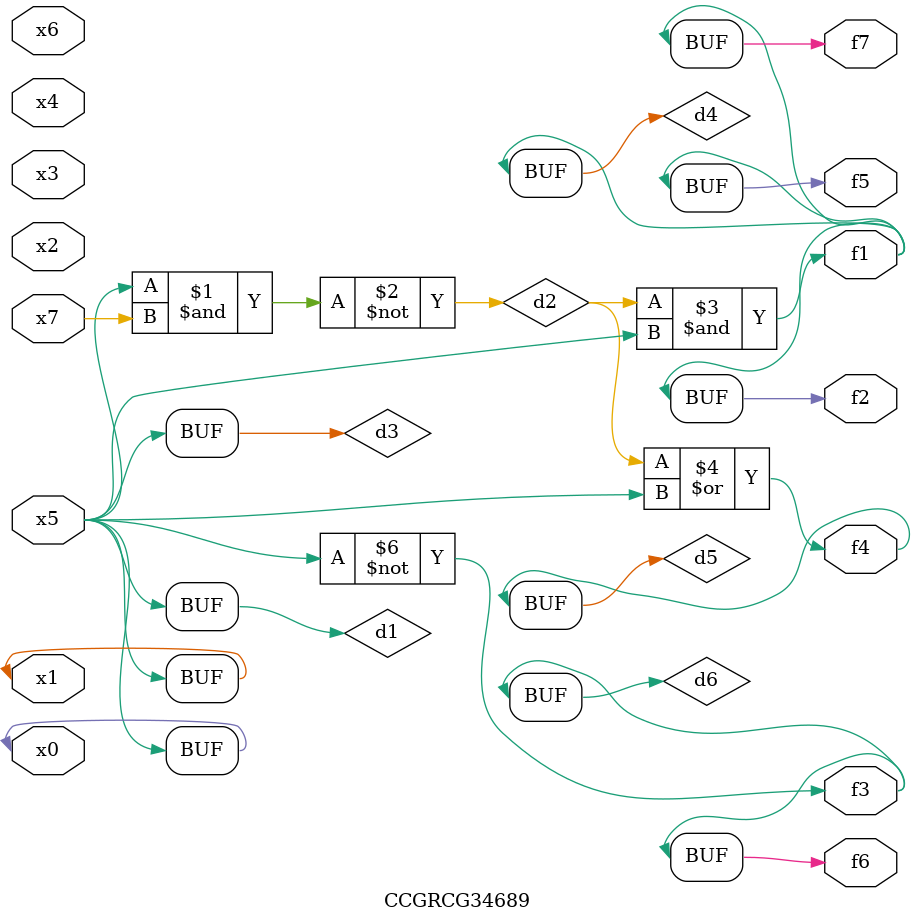
<source format=v>
module CCGRCG34689(
	input x0, x1, x2, x3, x4, x5, x6, x7,
	output f1, f2, f3, f4, f5, f6, f7
);

	wire d1, d2, d3, d4, d5, d6;

	buf (d1, x0, x5);
	nand (d2, x5, x7);
	buf (d3, x0, x1);
	and (d4, d2, d3);
	or (d5, d2, d3);
	nor (d6, d1, d3);
	assign f1 = d4;
	assign f2 = d4;
	assign f3 = d6;
	assign f4 = d5;
	assign f5 = d4;
	assign f6 = d6;
	assign f7 = d4;
endmodule

</source>
